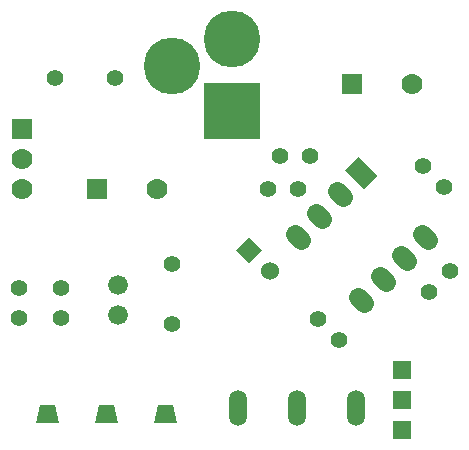
<source format=gts>
G04 (created by PCBNEW (2013-07-07 BZR 4022)-stable) date 14/09/2014 21:51:55*
%MOIN*%
G04 Gerber Fmt 3.4, Leading zero omitted, Abs format*
%FSLAX34Y34*%
G01*
G70*
G90*
G04 APERTURE LIST*
%ADD10C,0.00590551*%
%ADD11O,0.0593X0.1187*%
%ADD12C,0.07*%
%ADD13R,0.07X0.07*%
%ADD14C,0.055*%
%ADD15R,0.06X0.06*%
%ADD16C,0.066*%
%ADD17C,0.189*%
%ADD18R,0.189X0.189*%
%ADD19C,0.062*%
%ADD20C,0.06*%
G04 APERTURE END LIST*
G54D10*
G54D11*
X59718Y-40000D03*
X57750Y-40000D03*
X55781Y-40000D03*
G54D12*
X48600Y-32700D03*
X48600Y-31700D03*
G54D13*
X48600Y-30700D03*
G54D14*
X61946Y-31946D03*
X62653Y-32653D03*
X58446Y-37046D03*
X59153Y-37753D03*
X58200Y-31600D03*
X57200Y-31600D03*
X56800Y-32700D03*
X57800Y-32700D03*
X48500Y-36000D03*
X48500Y-37000D03*
X49900Y-36000D03*
X49900Y-37000D03*
G54D15*
X61250Y-38750D03*
X61250Y-39750D03*
X61250Y-40750D03*
G54D16*
X51800Y-35900D03*
X51800Y-36900D03*
G54D17*
X55600Y-27700D03*
G54D18*
X55600Y-30100D03*
G54D17*
X53600Y-28600D03*
G54D10*
G36*
X59801Y-31641D02*
X60437Y-32277D01*
X59998Y-32716D01*
X59362Y-32079D01*
X59801Y-31641D01*
X59801Y-31641D01*
G37*
G54D19*
X59291Y-32984D02*
X59093Y-32786D01*
X58584Y-33691D02*
X58386Y-33493D01*
X57877Y-34398D02*
X57679Y-34201D01*
X59998Y-36520D02*
X59801Y-36322D01*
X60706Y-35813D02*
X60508Y-35615D01*
X61413Y-35106D02*
X61215Y-34908D01*
X62120Y-34398D02*
X61922Y-34201D01*
G54D13*
X51100Y-32700D03*
G54D12*
X53100Y-32700D03*
G54D13*
X59600Y-29200D03*
G54D12*
X61600Y-29200D03*
G54D14*
X51700Y-29000D03*
X49700Y-29000D03*
X53600Y-35200D03*
X53600Y-37200D03*
X62146Y-36153D03*
X62853Y-35446D03*
G54D10*
G36*
X51025Y-40495D02*
X51144Y-39904D01*
X51655Y-39904D01*
X51774Y-40495D01*
X51025Y-40495D01*
X51025Y-40495D01*
G37*
G36*
X52994Y-40495D02*
X53112Y-39904D01*
X53624Y-39904D01*
X53742Y-40495D01*
X52994Y-40495D01*
X52994Y-40495D01*
G37*
G36*
X49057Y-40495D02*
X49175Y-39904D01*
X49687Y-39904D01*
X49805Y-40495D01*
X49057Y-40495D01*
X49057Y-40495D01*
G37*
G36*
X55722Y-34746D02*
X56146Y-34322D01*
X56570Y-34746D01*
X56146Y-35170D01*
X55722Y-34746D01*
X55722Y-34746D01*
G37*
G54D20*
X56853Y-35453D03*
M02*

</source>
